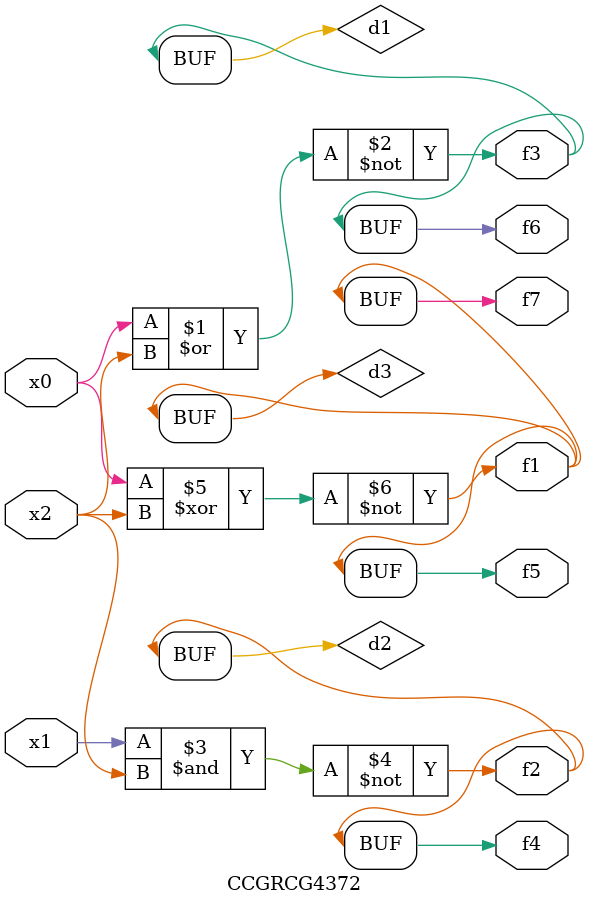
<source format=v>
module CCGRCG4372(
	input x0, x1, x2,
	output f1, f2, f3, f4, f5, f6, f7
);

	wire d1, d2, d3;

	nor (d1, x0, x2);
	nand (d2, x1, x2);
	xnor (d3, x0, x2);
	assign f1 = d3;
	assign f2 = d2;
	assign f3 = d1;
	assign f4 = d2;
	assign f5 = d3;
	assign f6 = d1;
	assign f7 = d3;
endmodule

</source>
